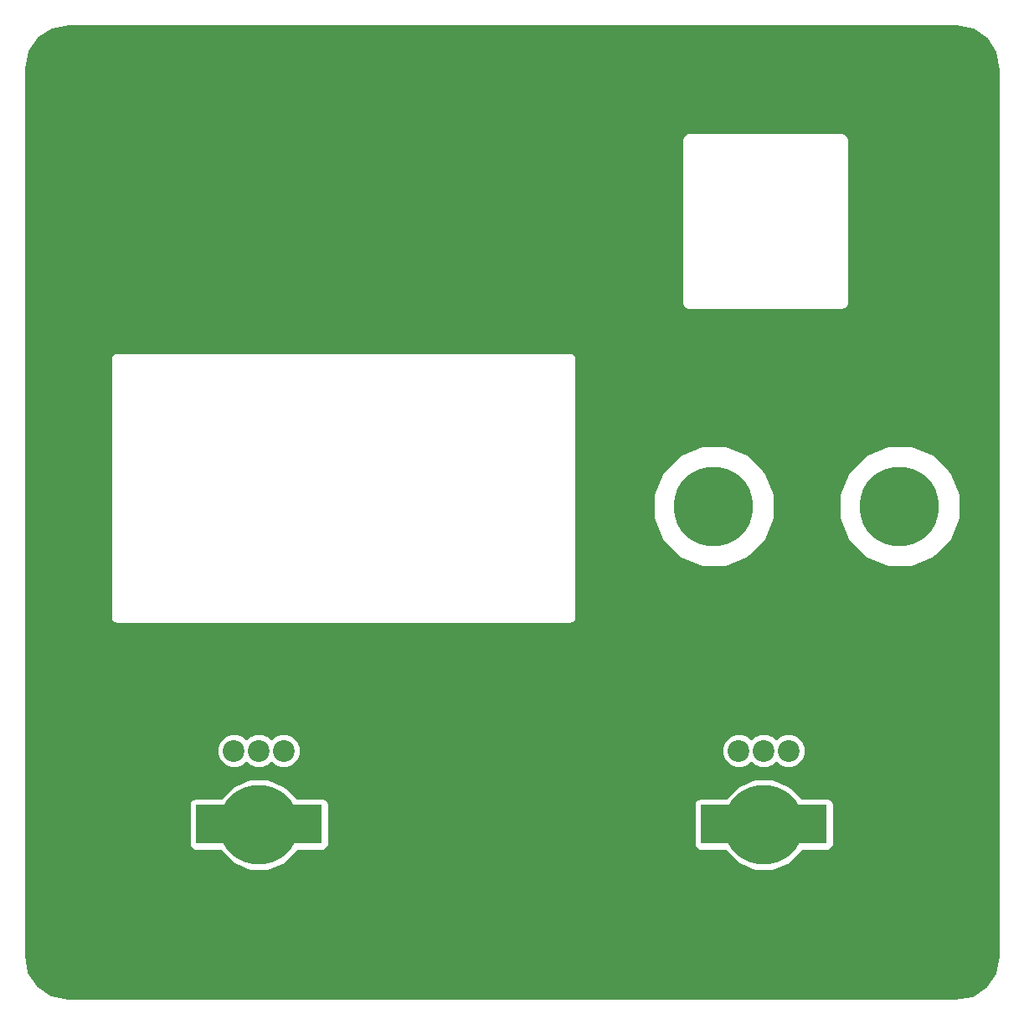
<source format=gtl>
G04 #@! TF.FileFunction,Copper,L1,Top,Signal*
%FSLAX46Y46*%
G04 Gerber Fmt 4.6, Leading zero omitted, Abs format (unit mm)*
G04 Created by KiCad (PCBNEW 4.0.7) date 11/11/19 23:51:16*
%MOMM*%
%LPD*%
G01*
G04 APERTURE LIST*
%ADD10C,0.100000*%
%ADD11C,8.000000*%
%ADD12R,4.000000X4.000000*%
%ADD13C,2.200000*%
%ADD14C,6.096000*%
%ADD15C,0.254000*%
G04 APERTURE END LIST*
D10*
D11*
X246507000Y-78816200D03*
X227711000Y-78816200D03*
X181711600Y-111023400D03*
D12*
X177297000Y-110959900D03*
X186118500Y-110959900D03*
D13*
X179197000Y-103530400D03*
X181697000Y-103530400D03*
X184197000Y-103530400D03*
X235251000Y-103530400D03*
X232751000Y-103530400D03*
X230251000Y-103530400D03*
D12*
X237172500Y-110959900D03*
X228351000Y-110959900D03*
D11*
X232765600Y-111023400D03*
D14*
X163245800Y-35382200D03*
X251333000Y-123469400D03*
X251333000Y-35382200D03*
X163245800Y-123469400D03*
D15*
G36*
X253890520Y-30594025D02*
X255250799Y-31528379D01*
X256149974Y-32912166D01*
X256465000Y-34609337D01*
X256465000Y-124321971D01*
X256108475Y-126001518D01*
X255174123Y-127361798D01*
X253790332Y-128260974D01*
X252093163Y-128576000D01*
X162380529Y-128576000D01*
X160700982Y-128219475D01*
X159340702Y-127285123D01*
X158441526Y-125901332D01*
X158126500Y-124204163D01*
X158126500Y-108959900D01*
X174649560Y-108959900D01*
X174649560Y-112959900D01*
X174693838Y-113195217D01*
X174832910Y-113411341D01*
X175045110Y-113556331D01*
X175297000Y-113607340D01*
X177764185Y-113607340D01*
X177779947Y-113645487D01*
X179082655Y-114950471D01*
X180785597Y-115657594D01*
X182629514Y-115659203D01*
X184333687Y-114955053D01*
X185638671Y-113652345D01*
X185657359Y-113607340D01*
X188118500Y-113607340D01*
X188353817Y-113563062D01*
X188569941Y-113423990D01*
X188714931Y-113211790D01*
X188765940Y-112959900D01*
X188765940Y-108959900D01*
X225703560Y-108959900D01*
X225703560Y-112959900D01*
X225747838Y-113195217D01*
X225886910Y-113411341D01*
X226099110Y-113556331D01*
X226351000Y-113607340D01*
X228818185Y-113607340D01*
X228833947Y-113645487D01*
X230136655Y-114950471D01*
X231839597Y-115657594D01*
X233683514Y-115659203D01*
X235387687Y-114955053D01*
X236692671Y-113652345D01*
X236711359Y-113607340D01*
X239172500Y-113607340D01*
X239407817Y-113563062D01*
X239623941Y-113423990D01*
X239768931Y-113211790D01*
X239819940Y-112959900D01*
X239819940Y-108959900D01*
X239775662Y-108724583D01*
X239636590Y-108508459D01*
X239424390Y-108363469D01*
X239172500Y-108312460D01*
X236608555Y-108312460D01*
X235394545Y-107096329D01*
X233691603Y-106389206D01*
X231847686Y-106387597D01*
X230143513Y-107091747D01*
X228920667Y-108312460D01*
X226351000Y-108312460D01*
X226115683Y-108356738D01*
X225899559Y-108495810D01*
X225754569Y-108708010D01*
X225703560Y-108959900D01*
X188765940Y-108959900D01*
X188721662Y-108724583D01*
X188582590Y-108508459D01*
X188370390Y-108363469D01*
X188118500Y-108312460D01*
X185554555Y-108312460D01*
X184340545Y-107096329D01*
X182637603Y-106389206D01*
X180793686Y-106387597D01*
X179089513Y-107091747D01*
X177866667Y-108312460D01*
X175297000Y-108312460D01*
X175061683Y-108356738D01*
X174845559Y-108495810D01*
X174700569Y-108708010D01*
X174649560Y-108959900D01*
X158126500Y-108959900D01*
X158126500Y-103873999D01*
X177461699Y-103873999D01*
X177725281Y-104511915D01*
X178212918Y-105000404D01*
X178850373Y-105265099D01*
X179540599Y-105265701D01*
X180178515Y-105002119D01*
X180447040Y-104734062D01*
X180712918Y-105000404D01*
X181350373Y-105265099D01*
X182040599Y-105265701D01*
X182678515Y-105002119D01*
X182947040Y-104734062D01*
X183212918Y-105000404D01*
X183850373Y-105265099D01*
X184540599Y-105265701D01*
X185178515Y-105002119D01*
X185667004Y-104514482D01*
X185931699Y-103877027D01*
X185931701Y-103873999D01*
X228515699Y-103873999D01*
X228779281Y-104511915D01*
X229266918Y-105000404D01*
X229904373Y-105265099D01*
X230594599Y-105265701D01*
X231232515Y-105002119D01*
X231501040Y-104734062D01*
X231766918Y-105000404D01*
X232404373Y-105265099D01*
X233094599Y-105265701D01*
X233732515Y-105002119D01*
X234001040Y-104734062D01*
X234266918Y-105000404D01*
X234904373Y-105265099D01*
X235594599Y-105265701D01*
X236232515Y-105002119D01*
X236721004Y-104514482D01*
X236985699Y-103877027D01*
X236986301Y-103186801D01*
X236722719Y-102548885D01*
X236235082Y-102060396D01*
X235597627Y-101795701D01*
X234907401Y-101795099D01*
X234269485Y-102058681D01*
X234000960Y-102326738D01*
X233735082Y-102060396D01*
X233097627Y-101795701D01*
X232407401Y-101795099D01*
X231769485Y-102058681D01*
X231500960Y-102326738D01*
X231235082Y-102060396D01*
X230597627Y-101795701D01*
X229907401Y-101795099D01*
X229269485Y-102058681D01*
X228780996Y-102546318D01*
X228516301Y-103183773D01*
X228515699Y-103873999D01*
X185931701Y-103873999D01*
X185932301Y-103186801D01*
X185668719Y-102548885D01*
X185181082Y-102060396D01*
X184543627Y-101795701D01*
X183853401Y-101795099D01*
X183215485Y-102058681D01*
X182946960Y-102326738D01*
X182681082Y-102060396D01*
X182043627Y-101795701D01*
X181353401Y-101795099D01*
X180715485Y-102058681D01*
X180446960Y-102326738D01*
X180181082Y-102060396D01*
X179543627Y-101795701D01*
X178853401Y-101795099D01*
X178215485Y-102058681D01*
X177726996Y-102546318D01*
X177462301Y-103183773D01*
X177461699Y-103873999D01*
X158126500Y-103873999D01*
X158126500Y-63957200D01*
X166676000Y-63957200D01*
X166676000Y-89992200D01*
X166730046Y-90263905D01*
X166883954Y-90494246D01*
X167114295Y-90648154D01*
X167386000Y-90702200D01*
X213106000Y-90702200D01*
X213377705Y-90648154D01*
X213608046Y-90494246D01*
X213761954Y-90263905D01*
X213816000Y-89992200D01*
X213816000Y-80029589D01*
X221582939Y-80029589D01*
X222513753Y-82282333D01*
X224235802Y-84007389D01*
X226486918Y-84942134D01*
X228924389Y-84944261D01*
X231177133Y-84013447D01*
X232902189Y-82291398D01*
X233836934Y-80040282D01*
X233836943Y-80029589D01*
X240378939Y-80029589D01*
X241309753Y-82282333D01*
X243031802Y-84007389D01*
X245282918Y-84942134D01*
X247720389Y-84944261D01*
X249973133Y-84013447D01*
X251698189Y-82291398D01*
X252632934Y-80040282D01*
X252635061Y-77602811D01*
X251704247Y-75350067D01*
X249982198Y-73625011D01*
X247731082Y-72690266D01*
X245293611Y-72688139D01*
X243040867Y-73618953D01*
X241315811Y-75341002D01*
X240381066Y-77592118D01*
X240378939Y-80029589D01*
X233836943Y-80029589D01*
X233839061Y-77602811D01*
X232908247Y-75350067D01*
X231186198Y-73625011D01*
X228935082Y-72690266D01*
X226497611Y-72688139D01*
X224244867Y-73618953D01*
X222519811Y-75341002D01*
X221585066Y-77592118D01*
X221582939Y-80029589D01*
X213816000Y-80029589D01*
X213816000Y-63957200D01*
X213761954Y-63685495D01*
X213608046Y-63455154D01*
X213377705Y-63301246D01*
X213106000Y-63247200D01*
X167386000Y-63247200D01*
X167114295Y-63301246D01*
X166883954Y-63455154D01*
X166730046Y-63685495D01*
X166676000Y-63957200D01*
X158126500Y-63957200D01*
X158126500Y-41732200D01*
X224461000Y-41732200D01*
X224461000Y-58242200D01*
X224515046Y-58513905D01*
X224668954Y-58744246D01*
X224899295Y-58898154D01*
X225171000Y-58952200D01*
X240665000Y-58952200D01*
X240936705Y-58898154D01*
X241167046Y-58744246D01*
X241320954Y-58513905D01*
X241375000Y-58242200D01*
X241372474Y-58229500D01*
X241375000Y-58216800D01*
X241375000Y-41732200D01*
X241320954Y-41460495D01*
X241167046Y-41230154D01*
X240936705Y-41076246D01*
X240665000Y-41022200D01*
X225171000Y-41022200D01*
X224899295Y-41076246D01*
X224668954Y-41230154D01*
X224515046Y-41460495D01*
X224461000Y-41732200D01*
X158126500Y-41732200D01*
X158126500Y-34491529D01*
X158483025Y-32811980D01*
X159417379Y-31451701D01*
X160801166Y-30552526D01*
X162498337Y-30237500D01*
X252210971Y-30237500D01*
X253890520Y-30594025D01*
X253890520Y-30594025D01*
G37*
X253890520Y-30594025D02*
X255250799Y-31528379D01*
X256149974Y-32912166D01*
X256465000Y-34609337D01*
X256465000Y-124321971D01*
X256108475Y-126001518D01*
X255174123Y-127361798D01*
X253790332Y-128260974D01*
X252093163Y-128576000D01*
X162380529Y-128576000D01*
X160700982Y-128219475D01*
X159340702Y-127285123D01*
X158441526Y-125901332D01*
X158126500Y-124204163D01*
X158126500Y-108959900D01*
X174649560Y-108959900D01*
X174649560Y-112959900D01*
X174693838Y-113195217D01*
X174832910Y-113411341D01*
X175045110Y-113556331D01*
X175297000Y-113607340D01*
X177764185Y-113607340D01*
X177779947Y-113645487D01*
X179082655Y-114950471D01*
X180785597Y-115657594D01*
X182629514Y-115659203D01*
X184333687Y-114955053D01*
X185638671Y-113652345D01*
X185657359Y-113607340D01*
X188118500Y-113607340D01*
X188353817Y-113563062D01*
X188569941Y-113423990D01*
X188714931Y-113211790D01*
X188765940Y-112959900D01*
X188765940Y-108959900D01*
X225703560Y-108959900D01*
X225703560Y-112959900D01*
X225747838Y-113195217D01*
X225886910Y-113411341D01*
X226099110Y-113556331D01*
X226351000Y-113607340D01*
X228818185Y-113607340D01*
X228833947Y-113645487D01*
X230136655Y-114950471D01*
X231839597Y-115657594D01*
X233683514Y-115659203D01*
X235387687Y-114955053D01*
X236692671Y-113652345D01*
X236711359Y-113607340D01*
X239172500Y-113607340D01*
X239407817Y-113563062D01*
X239623941Y-113423990D01*
X239768931Y-113211790D01*
X239819940Y-112959900D01*
X239819940Y-108959900D01*
X239775662Y-108724583D01*
X239636590Y-108508459D01*
X239424390Y-108363469D01*
X239172500Y-108312460D01*
X236608555Y-108312460D01*
X235394545Y-107096329D01*
X233691603Y-106389206D01*
X231847686Y-106387597D01*
X230143513Y-107091747D01*
X228920667Y-108312460D01*
X226351000Y-108312460D01*
X226115683Y-108356738D01*
X225899559Y-108495810D01*
X225754569Y-108708010D01*
X225703560Y-108959900D01*
X188765940Y-108959900D01*
X188721662Y-108724583D01*
X188582590Y-108508459D01*
X188370390Y-108363469D01*
X188118500Y-108312460D01*
X185554555Y-108312460D01*
X184340545Y-107096329D01*
X182637603Y-106389206D01*
X180793686Y-106387597D01*
X179089513Y-107091747D01*
X177866667Y-108312460D01*
X175297000Y-108312460D01*
X175061683Y-108356738D01*
X174845559Y-108495810D01*
X174700569Y-108708010D01*
X174649560Y-108959900D01*
X158126500Y-108959900D01*
X158126500Y-103873999D01*
X177461699Y-103873999D01*
X177725281Y-104511915D01*
X178212918Y-105000404D01*
X178850373Y-105265099D01*
X179540599Y-105265701D01*
X180178515Y-105002119D01*
X180447040Y-104734062D01*
X180712918Y-105000404D01*
X181350373Y-105265099D01*
X182040599Y-105265701D01*
X182678515Y-105002119D01*
X182947040Y-104734062D01*
X183212918Y-105000404D01*
X183850373Y-105265099D01*
X184540599Y-105265701D01*
X185178515Y-105002119D01*
X185667004Y-104514482D01*
X185931699Y-103877027D01*
X185931701Y-103873999D01*
X228515699Y-103873999D01*
X228779281Y-104511915D01*
X229266918Y-105000404D01*
X229904373Y-105265099D01*
X230594599Y-105265701D01*
X231232515Y-105002119D01*
X231501040Y-104734062D01*
X231766918Y-105000404D01*
X232404373Y-105265099D01*
X233094599Y-105265701D01*
X233732515Y-105002119D01*
X234001040Y-104734062D01*
X234266918Y-105000404D01*
X234904373Y-105265099D01*
X235594599Y-105265701D01*
X236232515Y-105002119D01*
X236721004Y-104514482D01*
X236985699Y-103877027D01*
X236986301Y-103186801D01*
X236722719Y-102548885D01*
X236235082Y-102060396D01*
X235597627Y-101795701D01*
X234907401Y-101795099D01*
X234269485Y-102058681D01*
X234000960Y-102326738D01*
X233735082Y-102060396D01*
X233097627Y-101795701D01*
X232407401Y-101795099D01*
X231769485Y-102058681D01*
X231500960Y-102326738D01*
X231235082Y-102060396D01*
X230597627Y-101795701D01*
X229907401Y-101795099D01*
X229269485Y-102058681D01*
X228780996Y-102546318D01*
X228516301Y-103183773D01*
X228515699Y-103873999D01*
X185931701Y-103873999D01*
X185932301Y-103186801D01*
X185668719Y-102548885D01*
X185181082Y-102060396D01*
X184543627Y-101795701D01*
X183853401Y-101795099D01*
X183215485Y-102058681D01*
X182946960Y-102326738D01*
X182681082Y-102060396D01*
X182043627Y-101795701D01*
X181353401Y-101795099D01*
X180715485Y-102058681D01*
X180446960Y-102326738D01*
X180181082Y-102060396D01*
X179543627Y-101795701D01*
X178853401Y-101795099D01*
X178215485Y-102058681D01*
X177726996Y-102546318D01*
X177462301Y-103183773D01*
X177461699Y-103873999D01*
X158126500Y-103873999D01*
X158126500Y-63957200D01*
X166676000Y-63957200D01*
X166676000Y-89992200D01*
X166730046Y-90263905D01*
X166883954Y-90494246D01*
X167114295Y-90648154D01*
X167386000Y-90702200D01*
X213106000Y-90702200D01*
X213377705Y-90648154D01*
X213608046Y-90494246D01*
X213761954Y-90263905D01*
X213816000Y-89992200D01*
X213816000Y-80029589D01*
X221582939Y-80029589D01*
X222513753Y-82282333D01*
X224235802Y-84007389D01*
X226486918Y-84942134D01*
X228924389Y-84944261D01*
X231177133Y-84013447D01*
X232902189Y-82291398D01*
X233836934Y-80040282D01*
X233836943Y-80029589D01*
X240378939Y-80029589D01*
X241309753Y-82282333D01*
X243031802Y-84007389D01*
X245282918Y-84942134D01*
X247720389Y-84944261D01*
X249973133Y-84013447D01*
X251698189Y-82291398D01*
X252632934Y-80040282D01*
X252635061Y-77602811D01*
X251704247Y-75350067D01*
X249982198Y-73625011D01*
X247731082Y-72690266D01*
X245293611Y-72688139D01*
X243040867Y-73618953D01*
X241315811Y-75341002D01*
X240381066Y-77592118D01*
X240378939Y-80029589D01*
X233836943Y-80029589D01*
X233839061Y-77602811D01*
X232908247Y-75350067D01*
X231186198Y-73625011D01*
X228935082Y-72690266D01*
X226497611Y-72688139D01*
X224244867Y-73618953D01*
X222519811Y-75341002D01*
X221585066Y-77592118D01*
X221582939Y-80029589D01*
X213816000Y-80029589D01*
X213816000Y-63957200D01*
X213761954Y-63685495D01*
X213608046Y-63455154D01*
X213377705Y-63301246D01*
X213106000Y-63247200D01*
X167386000Y-63247200D01*
X167114295Y-63301246D01*
X166883954Y-63455154D01*
X166730046Y-63685495D01*
X166676000Y-63957200D01*
X158126500Y-63957200D01*
X158126500Y-41732200D01*
X224461000Y-41732200D01*
X224461000Y-58242200D01*
X224515046Y-58513905D01*
X224668954Y-58744246D01*
X224899295Y-58898154D01*
X225171000Y-58952200D01*
X240665000Y-58952200D01*
X240936705Y-58898154D01*
X241167046Y-58744246D01*
X241320954Y-58513905D01*
X241375000Y-58242200D01*
X241372474Y-58229500D01*
X241375000Y-58216800D01*
X241375000Y-41732200D01*
X241320954Y-41460495D01*
X241167046Y-41230154D01*
X240936705Y-41076246D01*
X240665000Y-41022200D01*
X225171000Y-41022200D01*
X224899295Y-41076246D01*
X224668954Y-41230154D01*
X224515046Y-41460495D01*
X224461000Y-41732200D01*
X158126500Y-41732200D01*
X158126500Y-34491529D01*
X158483025Y-32811980D01*
X159417379Y-31451701D01*
X160801166Y-30552526D01*
X162498337Y-30237500D01*
X252210971Y-30237500D01*
X253890520Y-30594025D01*
M02*

</source>
